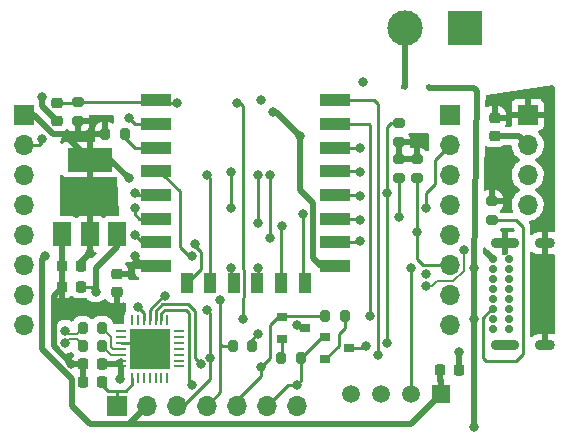
<source format=gbr>
%TF.GenerationSoftware,KiCad,Pcbnew,(5.99.0-7519-ga8269b6380)*%
%TF.CreationDate,2021-01-03T22:28:01+01:00*%
%TF.ProjectId,l0ggi,6c306767-692e-46b6-9963-61645f706362,rev?*%
%TF.SameCoordinates,Original*%
%TF.FileFunction,Copper,L1,Top*%
%TF.FilePolarity,Positive*%
%FSLAX46Y46*%
G04 Gerber Fmt 4.6, Leading zero omitted, Abs format (unit mm)*
G04 Created by KiCad (PCBNEW (5.99.0-7519-ga8269b6380)) date 2021-01-03 22:28:01*
%MOMM*%
%LPD*%
G01*
G04 APERTURE LIST*
G04 Aperture macros list*
%AMRoundRect*
0 Rectangle with rounded corners*
0 $1 Rounding radius*
0 $2 $3 $4 $5 $6 $7 $8 $9 X,Y pos of 4 corners*
0 Add a 4 corners polygon primitive as box body*
4,1,4,$2,$3,$4,$5,$6,$7,$8,$9,$2,$3,0*
0 Add four circle primitives for the rounded corners*
1,1,$1+$1,$2,$3,0*
1,1,$1+$1,$4,$5,0*
1,1,$1+$1,$6,$7,0*
1,1,$1+$1,$8,$9,0*
0 Add four rect primitives between the rounded corners*
20,1,$1+$1,$2,$3,$4,$5,0*
20,1,$1+$1,$4,$5,$6,$7,0*
20,1,$1+$1,$6,$7,$8,$9,0*
20,1,$1+$1,$8,$9,$2,$3,0*%
G04 Aperture macros list end*
%TA.AperFunction,SMDPad,CuDef*%
%ADD10R,0.600000X0.450000*%
%TD*%
%TA.AperFunction,ComponentPad*%
%ADD11C,1.500000*%
%TD*%
%TA.AperFunction,ComponentPad*%
%ADD12R,1.500000X1.500000*%
%TD*%
%TA.AperFunction,SMDPad,CuDef*%
%ADD13R,2.500000X1.000000*%
%TD*%
%TA.AperFunction,SMDPad,CuDef*%
%ADD14R,1.000000X1.800000*%
%TD*%
%TA.AperFunction,SMDPad,CuDef*%
%ADD15R,1.500000X2.000000*%
%TD*%
%TA.AperFunction,SMDPad,CuDef*%
%ADD16R,3.800000X2.000000*%
%TD*%
%TA.AperFunction,SMDPad,CuDef*%
%ADD17R,3.350000X3.350000*%
%TD*%
%TA.AperFunction,SMDPad,CuDef*%
%ADD18RoundRect,0.062500X-0.062500X-0.337500X0.062500X-0.337500X0.062500X0.337500X-0.062500X0.337500X0*%
%TD*%
%TA.AperFunction,SMDPad,CuDef*%
%ADD19RoundRect,0.062500X-0.337500X-0.062500X0.337500X-0.062500X0.337500X0.062500X-0.337500X0.062500X0*%
%TD*%
%TA.AperFunction,SMDPad,CuDef*%
%ADD20RoundRect,0.200000X0.200000X0.275000X-0.200000X0.275000X-0.200000X-0.275000X0.200000X-0.275000X0*%
%TD*%
%TA.AperFunction,SMDPad,CuDef*%
%ADD21RoundRect,0.200000X-0.275000X0.200000X-0.275000X-0.200000X0.275000X-0.200000X0.275000X0.200000X0*%
%TD*%
%TA.AperFunction,SMDPad,CuDef*%
%ADD22RoundRect,0.200000X0.275000X-0.200000X0.275000X0.200000X-0.275000X0.200000X-0.275000X-0.200000X0*%
%TD*%
%TA.AperFunction,SMDPad,CuDef*%
%ADD23RoundRect,0.200000X-0.200000X-0.275000X0.200000X-0.275000X0.200000X0.275000X-0.200000X0.275000X0*%
%TD*%
%TA.AperFunction,SMDPad,CuDef*%
%ADD24R,0.900000X0.800000*%
%TD*%
%TA.AperFunction,ComponentPad*%
%ADD25O,1.700000X0.900000*%
%TD*%
%TA.AperFunction,ComponentPad*%
%ADD26O,2.400000X0.900000*%
%TD*%
%TA.AperFunction,ComponentPad*%
%ADD27C,0.700000*%
%TD*%
%TA.AperFunction,ComponentPad*%
%ADD28O,1.700000X1.700000*%
%TD*%
%TA.AperFunction,ComponentPad*%
%ADD29R,1.700000X1.700000*%
%TD*%
%TA.AperFunction,ComponentPad*%
%ADD30C,3.000000*%
%TD*%
%TA.AperFunction,ComponentPad*%
%ADD31R,3.000000X3.000000*%
%TD*%
%TA.AperFunction,SMDPad,CuDef*%
%ADD32RoundRect,0.225000X-0.225000X-0.250000X0.225000X-0.250000X0.225000X0.250000X-0.225000X0.250000X0*%
%TD*%
%TA.AperFunction,SMDPad,CuDef*%
%ADD33RoundRect,0.225000X0.250000X-0.225000X0.250000X0.225000X-0.250000X0.225000X-0.250000X-0.225000X0*%
%TD*%
%TA.AperFunction,SMDPad,CuDef*%
%ADD34RoundRect,0.225000X-0.250000X0.225000X-0.250000X-0.225000X0.250000X-0.225000X0.250000X0.225000X0*%
%TD*%
%TA.AperFunction,SMDPad,CuDef*%
%ADD35RoundRect,0.225000X0.225000X0.250000X-0.225000X0.250000X-0.225000X-0.250000X0.225000X-0.250000X0*%
%TD*%
%TA.AperFunction,ViaPad*%
%ADD36C,0.800000*%
%TD*%
%TA.AperFunction,Conductor*%
%ADD37C,0.250000*%
%TD*%
%TA.AperFunction,Conductor*%
%ADD38C,0.500000*%
%TD*%
%TA.AperFunction,Conductor*%
%ADD39C,0.200000*%
%TD*%
G04 APERTURE END LIST*
D10*
%TO.P,D1,2,A*%
%TO.N,+5V*%
X75218000Y-61434000D03*
%TO.P,D1,1,K*%
%TO.N,Net-(D1-Pad1)*%
X73118000Y-61434000D03*
%TD*%
D11*
%TO.P,U4,4,GND*%
%TO.N,GND*%
X68580000Y-87376000D03*
%TO.P,U4,3,NC*%
%TO.N,N/C*%
X71120000Y-87376000D03*
%TO.P,U4,2,IO*%
%TO.N,DHT*%
X73660000Y-87376000D03*
D12*
%TO.P,U4,1,VCC*%
%TO.N,+3V3*%
X76200000Y-87376000D03*
%TD*%
D13*
%TO.P,U3,22,GPIO1/TXD*%
%TO.N,UART_TX*%
X67290000Y-62540000D03*
%TO.P,U3,21,GPIO3/RXD*%
%TO.N,Net-(R11-Pad1)*%
X67290000Y-64540000D03*
%TO.P,U3,20,GPIO5*%
%TO.N,SCL*%
X67290000Y-66540000D03*
%TO.P,U3,19,GPIO4*%
%TO.N,SDA*%
X67290000Y-68540000D03*
%TO.P,U3,18,GPIO0*%
%TO.N,GPIO0*%
X67290000Y-70540000D03*
%TO.P,U3,17,GPIO2*%
%TO.N,GPIO2*%
X67290000Y-72540000D03*
%TO.P,U3,16,GPIO15*%
%TO.N,GPIO15*%
X67290000Y-74540000D03*
%TO.P,U3,15,GND*%
%TO.N,GND*%
X67290000Y-76540000D03*
D14*
%TO.P,U3,14,SCLK*%
%TO.N,SD_SCL*%
X64690000Y-78040000D03*
%TO.P,U3,13,MOSI*%
%TO.N,SD_MOSI*%
X62690000Y-78040000D03*
%TO.P,U3,12,GPIO10*%
%TO.N,GPIO10*%
X60690000Y-78040000D03*
%TO.P,U3,11,GPIO9*%
%TO.N,GPIO9*%
X58690000Y-78040000D03*
%TO.P,U3,10,MISO*%
%TO.N,SD_MISO*%
X56690000Y-78040000D03*
%TO.P,U3,9,CS0*%
%TO.N,SD_CS*%
X54690000Y-78040000D03*
D13*
%TO.P,U3,8,VCC*%
%TO.N,+3V3*%
X52090000Y-76540000D03*
%TO.P,U3,7,GPIO13*%
%TO.N,GPIO13*%
X52090000Y-74540000D03*
%TO.P,U3,6,GPIO12*%
%TO.N,GPIO12*%
X52090000Y-72540000D03*
%TO.P,U3,5,GPIO14*%
%TO.N,GPIO14*%
X52090000Y-70540000D03*
%TO.P,U3,4,GPIO16*%
%TO.N,DHT*%
X52090000Y-68540000D03*
%TO.P,U3,3,EN*%
%TO.N,Net-(R6-Pad2)*%
X52090000Y-66540000D03*
%TO.P,U3,2,ADC*%
%TO.N,ADC*%
X52090000Y-64540000D03*
%TO.P,U3,1,~RST*%
%TO.N,RST*%
X52090000Y-62540000D03*
%TD*%
D15*
%TO.P,U2,1,GND*%
%TO.N,GND*%
X44182000Y-73847999D03*
%TO.P,U2,3,VI*%
%TO.N,+5V*%
X48782000Y-73847999D03*
%TO.P,U2,2,VO*%
%TO.N,+3V3*%
X46482000Y-73847999D03*
D16*
X46482000Y-67547999D03*
%TD*%
D17*
%TO.P,U1,29,GND*%
%TO.N,GND*%
X51562000Y-83566000D03*
D18*
%TO.P,U1,28,~DTR*%
%TO.N,N/C*%
X50062000Y-81116000D03*
%TO.P,U1,27,~DSR*%
X50562000Y-81116000D03*
%TO.P,U1,26,TXD*%
%TO.N,UART_TX*%
X51062000Y-81116000D03*
%TO.P,U1,25,RXD*%
%TO.N,UART_RX*%
X51562000Y-81116000D03*
%TO.P,U1,24,~RTS*%
%TO.N,/RTS*%
X52062000Y-81116000D03*
%TO.P,U1,23,~CTS*%
%TO.N,/CTS*%
X52562000Y-81116000D03*
%TO.P,U1,22,GPIO.4*%
%TO.N,N/C*%
X53062000Y-81116000D03*
D19*
%TO.P,U1,21,GPIO.5*%
X54012000Y-82066000D03*
%TO.P,U1,20,GPIO.6*%
X54012000Y-82566000D03*
%TO.P,U1,19,~TXT~/GPIO.0*%
X54012000Y-83066000D03*
%TO.P,U1,18,~RXT~/GPIO.1*%
X54012000Y-83566000D03*
%TO.P,U1,17,RS485/GPIO.2*%
X54012000Y-84066000D03*
%TO.P,U1,16,~WAKEUP~/GPIO.3*%
X54012000Y-84566000D03*
%TO.P,U1,15,CHR0*%
X54012000Y-85066000D03*
D18*
%TO.P,U1,14,CHR1*%
X53062000Y-86016000D03*
%TO.P,U1,13,CHREN*%
X52562000Y-86016000D03*
%TO.P,U1,12,SUSPEND*%
X52062000Y-86016000D03*
%TO.P,U1,11,~SUSPENDb*%
X51562000Y-86016000D03*
%TO.P,U1,10,NC*%
X51062000Y-86016000D03*
%TO.P,U1,9,~RSTb*%
X50562000Y-86016000D03*
%TO.P,U1,8,VBUS*%
%TO.N,+5V*%
X50062000Y-86016000D03*
D19*
%TO.P,U1,7,REGIN*%
%TO.N,+3V3*%
X49112000Y-85066000D03*
%TO.P,U1,6,VDD*%
X49112000Y-84566000D03*
%TO.P,U1,5,D-*%
%TO.N,/USB_F_-*%
X49112000Y-84066000D03*
%TO.P,U1,4,D+*%
%TO.N,/USB_F_+*%
X49112000Y-83566000D03*
%TO.P,U1,3,GND*%
%TO.N,GND*%
X49112000Y-83066000D03*
%TO.P,U1,2,~RI~/CLK*%
%TO.N,N/C*%
X49112000Y-82566000D03*
%TO.P,U1,1,~DCD*%
X49112000Y-82066000D03*
%TD*%
D20*
%TO.P,R11,2*%
%TO.N,UART_RX*%
X58611000Y-83312000D03*
%TO.P,R11,1*%
%TO.N,Net-(R11-Pad1)*%
X60261000Y-83312000D03*
%TD*%
D21*
%TO.P,R10,2*%
%TO.N,GPIO15*%
X74168000Y-69151000D03*
%TO.P,R10,1*%
%TO.N,+3V3*%
X74168000Y-67501000D03*
%TD*%
%TO.P,R9,2*%
%TO.N,GPIO2*%
X72644000Y-69151000D03*
%TO.P,R9,1*%
%TO.N,+3V3*%
X72644000Y-67501000D03*
%TD*%
D22*
%TO.P,R8,2*%
%TO.N,GPIO0*%
X72644000Y-64424779D03*
%TO.P,R8,1*%
%TO.N,+3V3*%
X72644000Y-66074779D03*
%TD*%
%TO.P,R7,2*%
%TO.N,RST*%
X45466000Y-62675000D03*
%TO.P,R7,1*%
%TO.N,+3V3*%
X45466000Y-64325000D03*
%TD*%
D23*
%TO.P,R6,2*%
%TO.N,Net-(R6-Pad2)*%
X49451474Y-65371577D03*
%TO.P,R6,1*%
%TO.N,+3V3*%
X47801474Y-65371577D03*
%TD*%
D20*
%TO.P,R5,2*%
%TO.N,/RTS*%
X66428239Y-80772000D03*
%TO.P,R5,1*%
%TO.N,Net-(Q2-Pad2)*%
X68078239Y-80772000D03*
%TD*%
D23*
%TO.P,R4,2*%
%TO.N,/CTS*%
X64368925Y-84349884D03*
%TO.P,R4,1*%
%TO.N,Net-(Q1-Pad2)*%
X62718925Y-84349884D03*
%TD*%
D22*
%TO.P,R3,2*%
%TO.N,GND*%
X80518000Y-71057000D03*
%TO.P,R3,1*%
%TO.N,Net-(P1-PadA5)*%
X80518000Y-72707000D03*
%TD*%
D20*
%TO.P,R2,2*%
%TO.N,USB_-*%
X45911000Y-83312000D03*
%TO.P,R2,1*%
%TO.N,/USB_F_-*%
X47561000Y-83312000D03*
%TD*%
D23*
%TO.P,R1,2*%
%TO.N,/USB_F_+*%
X47561000Y-81788000D03*
%TO.P,R1,1*%
%TO.N,USB_+*%
X45911000Y-81788000D03*
%TD*%
D24*
%TO.P,Q2,3,C*%
%TO.N,GPIO0*%
X68444150Y-83503062D03*
%TO.P,Q2,2,B*%
%TO.N,Net-(Q2-Pad2)*%
X66444150Y-84453062D03*
%TO.P,Q2,1,E*%
%TO.N,/CTS*%
X66444150Y-82553062D03*
%TD*%
%TO.P,Q1,3,C*%
%TO.N,RST*%
X64754000Y-81788000D03*
%TO.P,Q1,2,B*%
%TO.N,Net-(Q1-Pad2)*%
X62754000Y-82738000D03*
%TO.P,Q1,1,E*%
%TO.N,/RTS*%
X62754000Y-80838000D03*
%TD*%
D25*
%TO.P,P1,S1,SHIELD*%
%TO.N,GND*%
X85005000Y-74615000D03*
X85005000Y-83265000D03*
D26*
X81625000Y-74615000D03*
X81625000Y-83265000D03*
D27*
%TO.P,P1,B6*%
%TO.N,N/C*%
X81995000Y-78515000D03*
%TO.P,P1,B1,GND*%
%TO.N,GND*%
X81995000Y-75965000D03*
%TO.P,P1,B4,VBUS*%
%TO.N,+5V*%
X81995000Y-76815000D03*
%TO.P,P1,B5,VCONN*%
%TO.N,Net-(P1-PadB5)*%
X81995000Y-77665000D03*
%TO.P,P1,B12,GND*%
%TO.N,GND*%
X81995000Y-81915000D03*
%TO.P,P1,B8*%
%TO.N,N/C*%
X81995000Y-80215000D03*
%TO.P,P1,B7*%
X81995000Y-79365000D03*
%TO.P,P1,B9,VBUS*%
%TO.N,+5V*%
X81995000Y-81065000D03*
%TO.P,P1,A12,GND*%
%TO.N,GND*%
X80645000Y-75965000D03*
%TO.P,P1,A9,VBUS*%
%TO.N,+5V*%
X80645000Y-76815000D03*
%TO.P,P1,A8*%
%TO.N,N/C*%
X80645000Y-77665000D03*
%TO.P,P1,A7,D-*%
%TO.N,USB_-*%
X80645000Y-78515000D03*
%TO.P,P1,A6,D+*%
%TO.N,USB_+*%
X80645000Y-79365000D03*
%TO.P,P1,A5,CC*%
%TO.N,Net-(P1-PadA5)*%
X80645000Y-80215000D03*
%TO.P,P1,A4,VBUS*%
%TO.N,+5V*%
X80645000Y-81065000D03*
%TO.P,P1,A1,GND*%
%TO.N,GND*%
X80645000Y-81915000D03*
%TD*%
D28*
%TO.P,J4,8,Pin_8*%
%TO.N,+5V*%
X40894000Y-81534000D03*
%TO.P,J4,7,Pin_7*%
%TO.N,GPIO10*%
X40894000Y-78994000D03*
%TO.P,J4,6,Pin_6*%
%TO.N,GPIO9*%
X40894000Y-76454000D03*
%TO.P,J4,5,Pin_5*%
%TO.N,GPIO13*%
X40894000Y-73914000D03*
%TO.P,J4,4,Pin_4*%
%TO.N,GPIO12*%
X40894000Y-71374000D03*
%TO.P,J4,3,Pin_3*%
%TO.N,GPIO14*%
X40894000Y-68834000D03*
%TO.P,J4,2,Pin_2*%
%TO.N,ADC*%
X40894000Y-66294000D03*
D29*
%TO.P,J4,1,Pin_1*%
%TO.N,+3V3*%
X40894000Y-63754000D03*
%TD*%
D28*
%TO.P,J3,8,Pin_8*%
%TO.N,GND*%
X76962000Y-81534000D03*
%TO.P,J3,7,Pin_7*%
%TO.N,RST*%
X76962000Y-78994000D03*
%TO.P,J3,6,Pin_6*%
%TO.N,GPIO15*%
X76962000Y-76454000D03*
%TO.P,J3,5,Pin_5*%
%TO.N,GPIO2*%
X76962000Y-73914000D03*
%TO.P,J3,4,Pin_4*%
%TO.N,SDA*%
X76962000Y-71374000D03*
%TO.P,J3,3,Pin_3*%
%TO.N,SCL*%
X76962000Y-68834000D03*
%TO.P,J3,2,Pin_2*%
%TO.N,GPIO0*%
X76962000Y-66294000D03*
D29*
%TO.P,J3,1,Pin_1*%
%TO.N,GND*%
X76962000Y-63754000D03*
%TD*%
D30*
%TO.P,J2,2,Pin_2*%
%TO.N,Net-(D1-Pad1)*%
X73152000Y-56388000D03*
D31*
%TO.P,J2,1,Pin_1*%
%TO.N,GND*%
X78232000Y-56388000D03*
%TD*%
D28*
%TO.P,J1,7,Pin_7*%
%TO.N,GND*%
X64008000Y-88392000D03*
%TO.P,J1,6,Pin_6*%
%TO.N,/CTS*%
X61468000Y-88392000D03*
%TO.P,J1,5,Pin_5*%
%TO.N,/RTS*%
X58928000Y-88392000D03*
%TO.P,J1,4,Pin_4*%
%TO.N,UART_RX*%
X56388000Y-88392000D03*
%TO.P,J1,3,Pin_3*%
%TO.N,UART_TX*%
X53848000Y-88392000D03*
%TO.P,J1,2,Pin_2*%
%TO.N,+3V3*%
X51308000Y-88392000D03*
D29*
%TO.P,J1,1,Pin_1*%
%TO.N,+5V*%
X48768000Y-88392000D03*
%TD*%
D28*
%TO.P,D2,4,SDA*%
%TO.N,SDA*%
X83566000Y-71367691D03*
%TO.P,D2,3,SCK*%
%TO.N,SCL*%
X83566000Y-68827691D03*
%TO.P,D2,2,V+*%
%TO.N,+3V3*%
X83566000Y-66287691D03*
D29*
%TO.P,D2,1,GND*%
%TO.N,GND*%
X83566000Y-63747691D03*
%TD*%
D32*
%TO.P,C8,2*%
%TO.N,GND*%
X77737000Y-85344000D03*
%TO.P,C8,1*%
%TO.N,+3V3*%
X76187000Y-85344000D03*
%TD*%
D33*
%TO.P,C7,2*%
%TO.N,GND*%
X80772000Y-63995000D03*
%TO.P,C7,1*%
%TO.N,+3V3*%
X80772000Y-65545000D03*
%TD*%
D34*
%TO.P,C6,2*%
%TO.N,GND*%
X48768000Y-78753000D03*
%TO.P,C6,1*%
%TO.N,+3V3*%
X48768000Y-77203000D03*
%TD*%
%TO.P,C5,2*%
%TO.N,GND*%
X43688000Y-64275000D03*
%TO.P,C5,1*%
%TO.N,RST*%
X43688000Y-62725000D03*
%TD*%
D32*
%TO.P,C4,2*%
%TO.N,+3V3*%
X45733000Y-76539999D03*
%TO.P,C4,1*%
%TO.N,GND*%
X44183000Y-76539999D03*
%TD*%
D35*
%TO.P,C3,2*%
%TO.N,GND*%
X44183000Y-78317999D03*
%TO.P,C3,1*%
%TO.N,+5V*%
X45733000Y-78317999D03*
%TD*%
%TO.P,C2,2*%
%TO.N,GND*%
X45961000Y-84836000D03*
%TO.P,C2,1*%
%TO.N,+3V3*%
X47511000Y-84836000D03*
%TD*%
%TO.P,C1,2*%
%TO.N,GND*%
X45961000Y-86360000D03*
%TO.P,C1,1*%
%TO.N,+5V*%
X47511000Y-86360000D03*
%TD*%
D36*
%TO.N,GND*%
X84836000Y-81788000D03*
X84582000Y-80264000D03*
X84836000Y-78486000D03*
X84836000Y-76454000D03*
X80772000Y-67310000D03*
X81534000Y-62230000D03*
X85344000Y-61722000D03*
X64262000Y-65532000D03*
X61976000Y-63500000D03*
X60960000Y-62484000D03*
X69596000Y-60960000D03*
X42418000Y-62230000D03*
X77724000Y-83820000D03*
X51562000Y-83566000D03*
X44914762Y-84836000D03*
%TO.N,+3V3*%
X42672000Y-75692000D03*
X74422000Y-65786000D03*
X49784000Y-69088000D03*
X49022000Y-86106000D03*
X50292000Y-75692000D03*
X46482000Y-75438000D03*
%TO.N,USB_-*%
X78169726Y-75182945D03*
%TO.N,USB_+*%
X74930000Y-77199000D03*
%TO.N,USB_-*%
X74930000Y-78249000D03*
%TO.N,USB_+*%
X44411764Y-82025000D03*
%TO.N,USB_-*%
X44411764Y-83075000D03*
%TO.N,GPIO0*%
X74925347Y-71632653D03*
%TO.N,SD_SCL*%
X58420000Y-68580000D03*
X64516000Y-72136000D03*
X58420000Y-71628000D03*
%TO.N,SD_MOSI*%
X60706000Y-68834000D03*
X62738000Y-73152000D03*
X60706000Y-72898000D03*
%TO.N,SD_MISO*%
X56388000Y-68834000D03*
%TO.N,SD_CS*%
X61722000Y-68834000D03*
X61722000Y-74168000D03*
X55372000Y-74676000D03*
%TO.N,DHT*%
X73660000Y-76708000D03*
X55118000Y-75692000D03*
%TO.N,RST*%
X53848000Y-62738000D03*
X58928000Y-62738000D03*
X64008000Y-81534000D03*
X59436000Y-81026000D03*
%TO.N,Net-(R11-Pad1)*%
X60706000Y-82296000D03*
%TO.N,ADC*%
X49784000Y-64008000D03*
X42418000Y-65786000D03*
%TO.N,UART_RX*%
X57532358Y-79432740D03*
X52872385Y-79088990D03*
%TO.N,UART_TX*%
X50546000Y-80010000D03*
X56388000Y-80264000D03*
%TO.N,GPIO10*%
X60706000Y-76708000D03*
%TO.N,GPIO9*%
X58420000Y-76708000D03*
%TO.N,GPIO13*%
X50292000Y-73914000D03*
%TO.N,GPIO12*%
X50292000Y-71628000D03*
%TO.N,GPIO14*%
X50292000Y-70358000D03*
%TO.N,UART_TX*%
X56642000Y-84328000D03*
%TO.N,/CTS*%
X55118000Y-86614000D03*
X64008000Y-86614000D03*
%TO.N,/RTS*%
X55880000Y-84836000D03*
X60960000Y-85090000D03*
%TO.N,UART_TX*%
X70866000Y-84074000D03*
%TO.N,GPIO0*%
X71628000Y-83058000D03*
X69850000Y-83312000D03*
%TO.N,Net-(R11-Pad1)*%
X70177999Y-80772000D03*
%TO.N,GPIO0*%
X71628000Y-70358000D03*
%TO.N,+5V*%
X78994000Y-90170000D03*
X78994000Y-81026000D03*
X78994000Y-76708000D03*
%TO.N,GPIO15*%
X74168000Y-73660000D03*
%TO.N,GPIO2*%
X72644000Y-72390000D03*
%TO.N,GPIO15*%
X69342000Y-74422000D03*
%TO.N,GPIO0*%
X69342000Y-70612000D03*
%TO.N,GPIO2*%
X69342000Y-72644000D03*
%TO.N,SDA*%
X69342000Y-68580000D03*
%TO.N,SCL*%
X69342000Y-66548000D03*
%TO.N,+5V*%
X46990000Y-78740000D03*
%TD*%
D37*
%TO.N,/RTS*%
X58928000Y-88392000D02*
X58928000Y-87884000D01*
X58928000Y-87884000D02*
X60960000Y-85852000D01*
X60960000Y-85852000D02*
X60960000Y-85090000D01*
X60960000Y-85090000D02*
X61722000Y-84328000D01*
X61722000Y-84328000D02*
X61722000Y-81534000D01*
X61722000Y-81534000D02*
X62418000Y-80838000D01*
X62418000Y-80838000D02*
X62754000Y-80838000D01*
X52062000Y-81116000D02*
X52062000Y-80526000D01*
X52111990Y-80476010D02*
X52111991Y-80347599D01*
X52062000Y-80526000D02*
X52111990Y-80476010D01*
X52111991Y-80347599D02*
X52645600Y-79813990D01*
X52645600Y-79813990D02*
X54796400Y-79813990D01*
X54796400Y-79813990D02*
X55372000Y-80389590D01*
X55372000Y-84328000D02*
X55880000Y-84836000D01*
X55372000Y-80389590D02*
X55372000Y-84328000D01*
D38*
%TO.N,GND*%
X65366001Y-71208001D02*
X65366001Y-75857999D01*
X64262000Y-70104000D02*
X65366001Y-71208001D01*
X64262000Y-65532000D02*
X64262000Y-70104000D01*
X65366001Y-75857999D02*
X66048002Y-76540000D01*
X66048002Y-76540000D02*
X67290000Y-76540000D01*
X62230000Y-63500000D02*
X64262000Y-65532000D01*
X61976000Y-63500000D02*
X62230000Y-63500000D01*
X42418000Y-63005000D02*
X42418000Y-62230000D01*
X43688000Y-64275000D02*
X42418000Y-63005000D01*
X77737000Y-83833000D02*
X77724000Y-83820000D01*
X77737000Y-85344000D02*
X77737000Y-83833000D01*
X44182000Y-73847999D02*
X44182000Y-76538999D01*
X44182000Y-76538999D02*
X44183000Y-76539999D01*
D37*
X49112000Y-83066000D02*
X51062000Y-83066000D01*
X51062000Y-83066000D02*
X51562000Y-83566000D01*
D38*
X43434000Y-82550000D02*
X43434000Y-79066999D01*
X43434000Y-79066999D02*
X44183000Y-78317999D01*
X45961000Y-84836000D02*
X44914762Y-84836000D01*
X43434000Y-83355238D02*
X43434000Y-82550000D01*
X44914762Y-84836000D02*
X43434000Y-83355238D01*
%TO.N,+3V3*%
X49784000Y-89916000D02*
X46482000Y-89916000D01*
X42418000Y-83566000D02*
X42418000Y-75946000D01*
X46482000Y-89916000D02*
X44958000Y-88392000D01*
X44958000Y-88392000D02*
X44958000Y-86106000D01*
X44958000Y-86106000D02*
X42418000Y-83566000D01*
X42418000Y-75946000D02*
X42672000Y-75692000D01*
X76200000Y-87376000D02*
X73660000Y-89916000D01*
X73660000Y-89916000D02*
X49784000Y-89916000D01*
X80772000Y-65545000D02*
X82823309Y-65545000D01*
X82823309Y-65545000D02*
X83566000Y-66287691D01*
X46482000Y-67547999D02*
X48243999Y-67547999D01*
X48243999Y-67547999D02*
X49784000Y-69088000D01*
X43354969Y-65371577D02*
X44035577Y-65371577D01*
X44035577Y-65371577D02*
X47801474Y-65371577D01*
X46482000Y-67547999D02*
X44305578Y-65371577D01*
X44305578Y-65371577D02*
X44035577Y-65371577D01*
X40894000Y-63754000D02*
X41737392Y-63754000D01*
X41737392Y-63754000D02*
X43354969Y-65371577D01*
D37*
%TO.N,ADC*%
X42418000Y-65786000D02*
X42418000Y-66040000D01*
X42418000Y-66040000D02*
X42164000Y-66294000D01*
X42164000Y-66294000D02*
X40894000Y-66294000D01*
D38*
%TO.N,+3V3*%
X51308000Y-88392000D02*
X49784000Y-89916000D01*
X49112000Y-86016000D02*
X49022000Y-86106000D01*
X49112000Y-85066000D02*
X49112000Y-86016000D01*
X48514000Y-84836000D02*
X48917010Y-84836000D01*
X47511000Y-84836000D02*
X48514000Y-84836000D01*
X48514000Y-84836000D02*
X48882000Y-84836000D01*
X48882000Y-84836000D02*
X49112000Y-85066000D01*
X48917010Y-84836000D02*
X49112000Y-84641010D01*
X50292000Y-75692000D02*
X50292000Y-75946000D01*
X50292000Y-75946000D02*
X50800000Y-76454000D01*
X50800000Y-76454000D02*
X52004000Y-76454000D01*
X52004000Y-76454000D02*
X52090000Y-76540000D01*
X45733000Y-76539999D02*
X45733000Y-76187000D01*
X45733000Y-76187000D02*
X46482000Y-75438000D01*
X46482000Y-75438000D02*
X46482000Y-73847999D01*
D39*
%TO.N,USB_-*%
X78169726Y-76948276D02*
X78169726Y-75182945D01*
X75900686Y-77843999D02*
X77274003Y-77843999D01*
X77274003Y-77843999D02*
X78169726Y-76948276D01*
X75495685Y-78249000D02*
X75900686Y-77843999D01*
X74930000Y-78249000D02*
X75495685Y-78249000D01*
%TO.N,USB_+*%
X45911000Y-81788000D02*
X45374000Y-82325000D01*
X45374000Y-82325000D02*
X44711764Y-82325000D01*
X44711764Y-82325000D02*
X44411764Y-82025000D01*
%TO.N,USB_-*%
X45911000Y-83312000D02*
X45374000Y-82775000D01*
X45374000Y-82775000D02*
X44711764Y-82775000D01*
X44711764Y-82775000D02*
X44411764Y-83075000D01*
%TO.N,/USB_F_+*%
X49112000Y-83566000D02*
X48451410Y-83566000D01*
X48451410Y-83566000D02*
X48311010Y-83425600D01*
X48311010Y-83425600D02*
X48311010Y-82538010D01*
X48311010Y-82538010D02*
X47561000Y-81788000D01*
%TO.N,/USB_F_-*%
X49112000Y-84066000D02*
X48315000Y-84066000D01*
X48315000Y-84066000D02*
X47561000Y-83312000D01*
D37*
%TO.N,RST*%
X45466000Y-62675000D02*
X51955000Y-62675000D01*
X51955000Y-62675000D02*
X52090000Y-62540000D01*
X43688000Y-62725000D02*
X45416000Y-62725000D01*
X45416000Y-62725000D02*
X45466000Y-62675000D01*
%TO.N,GPIO0*%
X74925347Y-70362653D02*
X75692000Y-69596000D01*
X74925347Y-71632653D02*
X74925347Y-70362653D01*
X75692000Y-69596000D02*
X75692000Y-67564000D01*
X75692000Y-67564000D02*
X76962000Y-66294000D01*
%TO.N,SD_SCL*%
X58420000Y-71628000D02*
X58420000Y-68580000D01*
X64516000Y-77866000D02*
X64516000Y-72136000D01*
X64690000Y-78040000D02*
X64516000Y-77866000D01*
%TO.N,SD_MOSI*%
X62690000Y-73200000D02*
X62738000Y-73152000D01*
X62690000Y-78040000D02*
X62690000Y-73200000D01*
X60706000Y-72898000D02*
X60706000Y-68834000D01*
%TO.N,SD_MISO*%
X56690000Y-69136000D02*
X56388000Y-68834000D01*
X56690000Y-78040000D02*
X56690000Y-69136000D01*
%TO.N,SD_CS*%
X61722000Y-74168000D02*
X61722000Y-68834000D01*
X54690000Y-78040000D02*
X55880000Y-76850000D01*
X55880000Y-76850000D02*
X55880000Y-75380998D01*
X55880000Y-75380998D02*
X55372000Y-74872998D01*
X55372000Y-74872998D02*
X55372000Y-74676000D01*
%TO.N,DHT*%
X54102000Y-70216998D02*
X54102000Y-74930000D01*
X52090000Y-68540000D02*
X52384000Y-68834000D01*
X54864000Y-75692000D02*
X55118000Y-75692000D01*
X52384000Y-68834000D02*
X52719002Y-68834000D01*
X52719002Y-68834000D02*
X54102000Y-70216998D01*
X54102000Y-74930000D02*
X54864000Y-75692000D01*
X73660000Y-76708000D02*
X73660000Y-87376000D01*
%TO.N,RST*%
X59436000Y-81026000D02*
X59436000Y-79265001D01*
X59436000Y-79265001D02*
X59450001Y-79265001D01*
X59450001Y-79265001D02*
X59515001Y-79200001D01*
X59515001Y-76879999D02*
X59450001Y-76814999D01*
X59515001Y-79200001D02*
X59515001Y-76879999D01*
X59436000Y-62992000D02*
X59182000Y-62738000D01*
X59182000Y-62738000D02*
X58928000Y-62738000D01*
X59450001Y-76814999D02*
X59436000Y-76814999D01*
X59436000Y-76814999D02*
X59436000Y-62992000D01*
X53848000Y-62738000D02*
X52288000Y-62738000D01*
X52288000Y-62738000D02*
X52090000Y-62540000D01*
X64262000Y-81788000D02*
X64008000Y-81534000D01*
X64754000Y-81788000D02*
X64262000Y-81788000D01*
%TO.N,Net-(R11-Pad1)*%
X60261000Y-83312000D02*
X60261000Y-82741000D01*
X60261000Y-82741000D02*
X60706000Y-82296000D01*
%TO.N,ADC*%
X52090000Y-64540000D02*
X50316000Y-64540000D01*
X50316000Y-64540000D02*
X49784000Y-64008000D01*
X52090000Y-64540000D02*
X52066000Y-64516000D01*
%TO.N,Net-(R6-Pad2)*%
X49451474Y-65371577D02*
X49451474Y-65707474D01*
X49451474Y-65707474D02*
X50284000Y-66540000D01*
X50284000Y-66540000D02*
X52090000Y-66540000D01*
%TO.N,UART_RX*%
X57532358Y-87247642D02*
X57532358Y-83186358D01*
X57532358Y-83186358D02*
X57532358Y-79432740D01*
X58611000Y-83312000D02*
X57658000Y-83312000D01*
X57658000Y-83312000D02*
X57532358Y-83186358D01*
X56388000Y-88392000D02*
X57532358Y-87247642D01*
X51562000Y-81116000D02*
X51562000Y-80261180D01*
X51562000Y-80261180D02*
X52734190Y-79088990D01*
X52734190Y-79088990D02*
X52872385Y-79088990D01*
%TO.N,UART_TX*%
X56642000Y-84328000D02*
X56642000Y-80518000D01*
X56642000Y-80518000D02*
X56388000Y-80264000D01*
X50546000Y-80010000D02*
X51062000Y-80526000D01*
X51062000Y-80526000D02*
X51062000Y-81116000D01*
%TO.N,GPIO10*%
X60706000Y-76708000D02*
X60706000Y-78024000D01*
X60706000Y-78024000D02*
X60690000Y-78040000D01*
%TO.N,GPIO9*%
X58420000Y-77770000D02*
X58690000Y-78040000D01*
X58420000Y-76708000D02*
X58420000Y-77770000D01*
%TO.N,GPIO13*%
X50918000Y-74540000D02*
X50292000Y-73914000D01*
X52090000Y-74540000D02*
X50918000Y-74540000D01*
D38*
%TO.N,+5V*%
X46990000Y-78740000D02*
X46990000Y-76708000D01*
X46990000Y-76708000D02*
X48782000Y-74916000D01*
X48782000Y-74916000D02*
X48782000Y-73847999D01*
D37*
%TO.N,GPIO12*%
X50292000Y-71628000D02*
X50292000Y-72136000D01*
X50696000Y-72540000D02*
X52090000Y-72540000D01*
X50292000Y-72136000D02*
X50696000Y-72540000D01*
%TO.N,GPIO14*%
X52090000Y-70540000D02*
X50474000Y-70540000D01*
X50474000Y-70540000D02*
X50292000Y-70358000D01*
%TO.N,/CTS*%
X61468000Y-88392000D02*
X63246000Y-86614000D01*
X63246000Y-86614000D02*
X64008000Y-86614000D01*
%TO.N,UART_TX*%
X53848000Y-88392000D02*
X54413002Y-88392000D01*
X54413002Y-88392000D02*
X56642000Y-86163002D01*
X56642000Y-86163002D02*
X56642000Y-84328000D01*
%TO.N,/CTS*%
X52562000Y-81116000D02*
X52562000Y-80534000D01*
X52562000Y-80534000D02*
X52832000Y-80264000D01*
X52832000Y-80264000D02*
X54610000Y-80264000D01*
X54610000Y-80264000D02*
X54864000Y-80518000D01*
X54864000Y-80518000D02*
X54864000Y-86360000D01*
X54864000Y-86360000D02*
X55118000Y-86614000D01*
%TO.N,UART_TX*%
X67290000Y-62540000D02*
X70556000Y-62540000D01*
X70556000Y-62540000D02*
X70902999Y-62886999D01*
X70902999Y-62886999D02*
X70902999Y-84110999D01*
%TO.N,GPIO0*%
X68444150Y-83503062D02*
X69658938Y-83503062D01*
X69658938Y-83503062D02*
X69850000Y-83312000D01*
X71628000Y-83058000D02*
X71628000Y-70358000D01*
%TO.N,Net-(R11-Pad1)*%
X70177999Y-64589999D02*
X70104000Y-64516000D01*
X70177999Y-80772000D02*
X70177999Y-64589999D01*
X67314000Y-64516000D02*
X70104000Y-64516000D01*
X67290000Y-64540000D02*
X67314000Y-64516000D01*
%TO.N,GPIO0*%
X71628000Y-70358000D02*
X71628000Y-64770000D01*
X71628000Y-64770000D02*
X71973221Y-64424779D01*
X71973221Y-64424779D02*
X72644000Y-64424779D01*
%TO.N,Net-(P1-PadA5)*%
X80010000Y-84582000D02*
X79756000Y-84328000D01*
X79756000Y-84328000D02*
X79756000Y-80954998D01*
X80495998Y-80215000D02*
X80645000Y-80215000D01*
X79756000Y-80954998D02*
X80495998Y-80215000D01*
D38*
%TO.N,+5V*%
X78994000Y-76708000D02*
X79248000Y-61722000D01*
X79248000Y-61722000D02*
X78994000Y-61468000D01*
X78994000Y-61468000D02*
X75252000Y-61468000D01*
X75252000Y-61468000D02*
X75218000Y-61434000D01*
X78994000Y-90170000D02*
X78994000Y-81026000D01*
X78994000Y-81026000D02*
X78994000Y-76708000D01*
D37*
%TO.N,Net-(P1-PadA5)*%
X83150010Y-83981990D02*
X82550000Y-84582000D01*
X80518000Y-72707000D02*
X82613000Y-72707000D01*
X82613000Y-72707000D02*
X83150010Y-73244010D01*
X83150010Y-73244010D02*
X83150010Y-83981990D01*
X80772000Y-84582000D02*
X80010000Y-84582000D01*
X82550000Y-84582000D02*
X80772000Y-84582000D01*
D38*
%TO.N,Net-(D1-Pad1)*%
X73152000Y-56388000D02*
X73152000Y-61434000D01*
D37*
%TO.N,GPIO0*%
X76962000Y-66294000D02*
X77470000Y-66294000D01*
%TO.N,GPIO15*%
X74168000Y-73660000D02*
X74168000Y-75946000D01*
X74168000Y-75946000D02*
X74676000Y-76454000D01*
X74676000Y-76454000D02*
X76962000Y-76454000D01*
%TO.N,GPIO2*%
X72644000Y-72390000D02*
X72644000Y-69151000D01*
%TO.N,GPIO15*%
X69224000Y-74540000D02*
X69342000Y-74422000D01*
X67290000Y-74540000D02*
X69224000Y-74540000D01*
%TO.N,GPIO0*%
X69270000Y-70540000D02*
X69342000Y-70612000D01*
X67290000Y-70540000D02*
X69270000Y-70540000D01*
%TO.N,GPIO2*%
X67290000Y-72540000D02*
X69238000Y-72540000D01*
X69238000Y-72540000D02*
X69342000Y-72644000D01*
%TO.N,SDA*%
X67290000Y-68540000D02*
X69302000Y-68540000D01*
X69302000Y-68540000D02*
X69342000Y-68580000D01*
%TO.N,SCL*%
X67290000Y-66540000D02*
X69334000Y-66540000D01*
X69334000Y-66540000D02*
X69342000Y-66548000D01*
%TO.N,GPIO15*%
X74168000Y-73660000D02*
X74168000Y-69151000D01*
%TO.N,/RTS*%
X66428239Y-80772000D02*
X62820000Y-80772000D01*
X62820000Y-80772000D02*
X62754000Y-80838000D01*
%TO.N,Net-(Q2-Pad2)*%
X67564000Y-83333212D02*
X67564000Y-82296000D01*
X66444150Y-84453062D02*
X67564000Y-83333212D01*
X67564000Y-82296000D02*
X68078239Y-81781761D01*
X68078239Y-81781761D02*
X68078239Y-80772000D01*
%TO.N,/CTS*%
X64368925Y-84349884D02*
X66165747Y-82553062D01*
X66165747Y-82553062D02*
X66444150Y-82553062D01*
%TO.N,Net-(Q1-Pad2)*%
X62754000Y-82738000D02*
X62754000Y-84314809D01*
X62754000Y-84314809D02*
X62718925Y-84349884D01*
%TO.N,/CTS*%
X64368925Y-86253075D02*
X64368925Y-84349884D01*
X64008000Y-86614000D02*
X64368925Y-86253075D01*
%TO.N,+5V*%
X48768000Y-87122000D02*
X48006000Y-87122000D01*
X49530000Y-87122000D02*
X48768000Y-87122000D01*
X48768000Y-87122000D02*
X48768000Y-88392000D01*
X50062000Y-86016000D02*
X50062000Y-86590000D01*
X50062000Y-86590000D02*
X49530000Y-87122000D01*
X48006000Y-87122000D02*
X47511000Y-86627000D01*
X47511000Y-86627000D02*
X47511000Y-86360000D01*
X45733000Y-78317999D02*
X46567999Y-78317999D01*
X46567999Y-78317999D02*
X46990000Y-78740000D01*
D38*
X48768000Y-73833999D02*
X48782000Y-73847999D01*
%TD*%
%TA.AperFunction,Conductor*%
%TO.N,+3V3*%
G36*
X48463115Y-63774002D02*
G01*
X48509608Y-63827658D01*
X48520789Y-63872812D01*
X48549158Y-64369265D01*
X48533075Y-64438416D01*
X48482159Y-64487894D01*
X48412576Y-64501990D01*
X48364404Y-64487807D01*
X48263704Y-64434489D01*
X48249624Y-64429084D01*
X48096434Y-64390605D01*
X48085074Y-64388836D01*
X48082947Y-64388703D01*
X48078956Y-64388577D01*
X48073589Y-64388577D01*
X48058350Y-64393052D01*
X48057145Y-64394442D01*
X48055474Y-64402125D01*
X48055474Y-65499577D01*
X48035472Y-65567698D01*
X47981816Y-65614191D01*
X47929474Y-65625577D01*
X46911589Y-65625577D01*
X46896350Y-65630052D01*
X46895145Y-65631442D01*
X46893474Y-65639125D01*
X46893474Y-65684106D01*
X46893930Y-65691661D01*
X46908143Y-65809111D01*
X46911739Y-65823754D01*
X46927121Y-65864461D01*
X46932489Y-65935254D01*
X46898731Y-65997712D01*
X46836566Y-66032004D01*
X46809255Y-66034999D01*
X46754115Y-66034999D01*
X46738876Y-66039474D01*
X46737671Y-66040864D01*
X46736000Y-66048547D01*
X46735999Y-67293997D01*
X46736000Y-67294003D01*
X46735999Y-69042884D01*
X46740474Y-69058123D01*
X46741864Y-69059328D01*
X46749547Y-69060999D01*
X48379743Y-69060999D01*
X48384250Y-69060838D01*
X48448269Y-69056259D01*
X48461491Y-69053873D01*
X48586458Y-69017180D01*
X48602692Y-69009766D01*
X48625233Y-68995280D01*
X48693353Y-68975278D01*
X48761474Y-68995280D01*
X48807967Y-69048936D01*
X48819148Y-69094090D01*
X48996703Y-72201311D01*
X48980620Y-72270462D01*
X48929704Y-72319940D01*
X48870908Y-72334499D01*
X48032000Y-72334499D01*
X47958921Y-72339726D01*
X47891502Y-72359522D01*
X47827330Y-72378364D01*
X47827328Y-72378365D01*
X47818684Y-72380903D01*
X47696880Y-72459182D01*
X47628761Y-72479184D01*
X47560640Y-72459182D01*
X47546248Y-72448409D01*
X47516160Y-72422337D01*
X47501152Y-72412692D01*
X47384725Y-72359522D01*
X47367612Y-72354497D01*
X47236446Y-72335638D01*
X47227505Y-72334999D01*
X46754115Y-72334999D01*
X46738876Y-72339474D01*
X46737671Y-72340864D01*
X46736000Y-72348547D01*
X46735999Y-73593997D01*
X46736000Y-73594003D01*
X46735999Y-75342884D01*
X46740474Y-75358123D01*
X46741864Y-75359328D01*
X46749547Y-75360999D01*
X46960131Y-75360999D01*
X47028252Y-75381001D01*
X47074745Y-75434657D01*
X47084849Y-75504931D01*
X47055355Y-75569511D01*
X47049226Y-75576094D01*
X46746381Y-75878939D01*
X46684069Y-75912965D01*
X46613254Y-75907900D01*
X46556418Y-75865353D01*
X46551914Y-75858929D01*
X46528180Y-75822728D01*
X46518856Y-75811577D01*
X46405393Y-75704093D01*
X46393748Y-75695382D01*
X46258607Y-75616886D01*
X46245269Y-75611086D01*
X46212927Y-75601291D01*
X46153528Y-75562402D01*
X46124585Y-75497573D01*
X46135285Y-75427388D01*
X46182232Y-75374129D01*
X46213951Y-75359805D01*
X46225124Y-75356524D01*
X46226329Y-75355134D01*
X46228000Y-75347451D01*
X46228001Y-74102001D01*
X46228000Y-74101995D01*
X46228001Y-72353114D01*
X46223526Y-72337875D01*
X46222136Y-72336670D01*
X46214453Y-72334999D01*
X45734257Y-72334999D01*
X45729750Y-72335160D01*
X45665731Y-72339739D01*
X45652509Y-72342125D01*
X45527542Y-72378818D01*
X45511308Y-72386232D01*
X45397703Y-72459241D01*
X45329583Y-72479243D01*
X45261462Y-72459241D01*
X45247063Y-72448461D01*
X45244461Y-72446206D01*
X45218340Y-72403167D01*
X45211654Y-72396744D01*
X45212000Y-72390000D01*
X45180063Y-72390000D01*
X45127720Y-72378613D01*
X45084867Y-72359042D01*
X45084864Y-72359041D01*
X45076670Y-72355299D01*
X45056947Y-72352463D01*
X44936448Y-72335138D01*
X44936441Y-72335137D01*
X44932000Y-72334499D01*
X44068000Y-72334499D01*
X43999879Y-72314497D01*
X43953386Y-72260841D01*
X43942000Y-72208499D01*
X43942000Y-68920472D01*
X43962002Y-68852351D01*
X44015658Y-68805858D01*
X44085932Y-68795754D01*
X44150512Y-68825248D01*
X44173998Y-68852352D01*
X44189426Y-68876359D01*
X44201112Y-68889846D01*
X44297840Y-68973661D01*
X44312848Y-68983306D01*
X44429275Y-69036476D01*
X44446388Y-69041501D01*
X44577554Y-69060360D01*
X44586495Y-69060999D01*
X46209885Y-69060999D01*
X46225124Y-69056524D01*
X46226329Y-69055134D01*
X46228000Y-69047451D01*
X46228001Y-67802001D01*
X46228000Y-67801995D01*
X46228001Y-66053114D01*
X46223526Y-66037875D01*
X46222136Y-66036670D01*
X46214453Y-66034999D01*
X44584257Y-66034999D01*
X44579750Y-66035160D01*
X44515731Y-66039739D01*
X44502509Y-66042125D01*
X44377542Y-66078818D01*
X44361308Y-66086232D01*
X44253640Y-66155425D01*
X44240150Y-66167114D01*
X44227060Y-66182221D01*
X44167335Y-66220606D01*
X44096338Y-66220606D01*
X44036611Y-66182223D01*
X44007118Y-66117643D01*
X44011149Y-66063504D01*
X44272193Y-65193357D01*
X44310926Y-65133857D01*
X44323790Y-65124194D01*
X44411710Y-65066551D01*
X44467979Y-65007152D01*
X44476128Y-64998550D01*
X44537497Y-64962852D01*
X44608424Y-64966000D01*
X44655396Y-64997385D01*
X44656171Y-64996515D01*
X44778409Y-65105426D01*
X44790795Y-65114034D01*
X44928770Y-65187088D01*
X44942850Y-65192493D01*
X45096040Y-65230972D01*
X45107400Y-65232741D01*
X45109527Y-65232874D01*
X45113518Y-65233000D01*
X45193885Y-65233000D01*
X45209124Y-65228525D01*
X45210329Y-65227135D01*
X45212000Y-65219452D01*
X45212000Y-65214885D01*
X45719999Y-65214885D01*
X45724474Y-65230124D01*
X45725864Y-65231329D01*
X45733547Y-65233000D01*
X45778528Y-65233000D01*
X45786083Y-65232544D01*
X45903533Y-65218331D01*
X45918176Y-65214735D01*
X46064227Y-65159547D01*
X46077588Y-65152562D01*
X46206256Y-65064131D01*
X46217568Y-65054158D01*
X46248808Y-65019095D01*
X46893474Y-65019095D01*
X46893474Y-65099462D01*
X46897949Y-65114701D01*
X46899339Y-65115906D01*
X46907022Y-65117577D01*
X47529359Y-65117577D01*
X47544598Y-65113102D01*
X47545803Y-65111712D01*
X47547474Y-65104029D01*
X47547474Y-64408227D01*
X47543369Y-64394245D01*
X47530203Y-64392202D01*
X47438940Y-64403246D01*
X47424297Y-64406842D01*
X47278247Y-64462030D01*
X47264886Y-64469015D01*
X47136218Y-64557446D01*
X47124906Y-64567419D01*
X47021048Y-64683986D01*
X47012440Y-64696372D01*
X46939386Y-64834347D01*
X46933981Y-64848427D01*
X46895502Y-65001617D01*
X46893733Y-65012977D01*
X46893600Y-65015104D01*
X46893474Y-65019095D01*
X46248808Y-65019095D01*
X46321426Y-64937591D01*
X46330034Y-64925205D01*
X46403088Y-64787230D01*
X46408493Y-64773150D01*
X46446972Y-64619960D01*
X46448741Y-64608600D01*
X46448874Y-64606473D01*
X46449000Y-64602482D01*
X46449000Y-64597115D01*
X46444525Y-64581876D01*
X46443135Y-64580671D01*
X46435452Y-64579000D01*
X45738115Y-64578999D01*
X45722876Y-64583474D01*
X45721671Y-64584864D01*
X45720000Y-64592547D01*
X45719999Y-65214885D01*
X45212000Y-65214885D01*
X45212001Y-64579000D01*
X45212000Y-64578996D01*
X45212001Y-64197000D01*
X45232003Y-64128879D01*
X45285659Y-64082386D01*
X45338001Y-64071000D01*
X46429350Y-64071001D01*
X46443332Y-64066896D01*
X46445375Y-64053730D01*
X46434331Y-63962467D01*
X46430735Y-63947824D01*
X46421936Y-63924538D01*
X46416568Y-63853744D01*
X46450326Y-63791287D01*
X46512492Y-63756995D01*
X46539802Y-63754000D01*
X48394994Y-63754000D01*
X48463115Y-63774002D01*
G37*
%TD.AperFunction*%
%TD*%
%TA.AperFunction,Conductor*%
%TO.N,+3V3*%
G36*
X74496951Y-65272128D02*
G01*
X75059078Y-65276932D01*
X75127024Y-65297515D01*
X75173057Y-65351566D01*
X75184000Y-65402927D01*
X75184000Y-66732160D01*
X75163998Y-66800281D01*
X75110342Y-66846774D01*
X75040068Y-66856878D01*
X74974181Y-66826236D01*
X74855591Y-66720575D01*
X74843205Y-66711967D01*
X74705230Y-66638913D01*
X74691150Y-66633508D01*
X74537960Y-66595029D01*
X74526600Y-66593260D01*
X74524473Y-66593127D01*
X74520482Y-66593001D01*
X74440115Y-66593001D01*
X74424876Y-66597476D01*
X74423671Y-66598866D01*
X74422000Y-66606549D01*
X74421999Y-67246998D01*
X74422000Y-67247004D01*
X74421999Y-67629000D01*
X74401997Y-67697121D01*
X74348341Y-67743614D01*
X74295999Y-67755000D01*
X73667003Y-67754999D01*
X73666997Y-67755000D01*
X72898002Y-67754999D01*
X72897996Y-67755000D01*
X72516000Y-67754999D01*
X72447879Y-67734997D01*
X72401386Y-67681341D01*
X72390000Y-67628999D01*
X72390001Y-67022782D01*
X72390000Y-67022776D01*
X72390000Y-66552996D01*
X72897999Y-66552996D01*
X72898000Y-66553002D01*
X72897999Y-67228885D01*
X72902474Y-67244124D01*
X72903864Y-67245329D01*
X72911547Y-67247000D01*
X73144996Y-67247001D01*
X73145002Y-67247000D01*
X73895885Y-67247001D01*
X73911124Y-67242526D01*
X73912329Y-67241136D01*
X73914000Y-67233453D01*
X73914001Y-66611115D01*
X73909526Y-66595876D01*
X73908136Y-66594671D01*
X73900453Y-66593000D01*
X73855472Y-66593000D01*
X73847917Y-66593456D01*
X73742031Y-66606269D01*
X73672001Y-66594596D01*
X73619399Y-66546914D01*
X73600926Y-66478363D01*
X73604690Y-66450487D01*
X73624972Y-66369742D01*
X73626741Y-66358379D01*
X73626874Y-66356252D01*
X73627000Y-66352261D01*
X73627000Y-66346894D01*
X73622525Y-66331655D01*
X73621135Y-66330450D01*
X73613452Y-66328779D01*
X72916115Y-66328778D01*
X72900876Y-66333253D01*
X72899671Y-66334643D01*
X72898000Y-66342326D01*
X72897999Y-66552996D01*
X72390000Y-66552996D01*
X72390001Y-66328779D01*
X72390000Y-66328775D01*
X72390001Y-65946779D01*
X72410003Y-65878658D01*
X72463659Y-65832165D01*
X72516001Y-65820779D01*
X73607350Y-65820780D01*
X73621332Y-65816675D01*
X73623375Y-65803509D01*
X73612331Y-65712246D01*
X73608735Y-65697603D01*
X73553547Y-65551552D01*
X73546562Y-65538191D01*
X73494071Y-65461816D01*
X73471971Y-65394347D01*
X73489857Y-65325640D01*
X73542048Y-65277509D01*
X73598988Y-65264454D01*
X74496951Y-65272128D01*
G37*
%TD.AperFunction*%
%TD*%
%TA.AperFunction,Conductor*%
%TO.N,+3V3*%
G36*
X76383121Y-85110002D02*
G01*
X76429614Y-85163658D01*
X76441000Y-85216000D01*
X76441000Y-86059885D01*
X76448896Y-86086776D01*
X76454000Y-86122274D01*
X76453999Y-87504000D01*
X76433997Y-87572121D01*
X76380341Y-87618614D01*
X76327999Y-87630000D01*
X76072000Y-87629999D01*
X76003879Y-87609997D01*
X75957386Y-87556341D01*
X75946000Y-87503999D01*
X75946001Y-86385115D01*
X75938104Y-86358220D01*
X75933000Y-86322722D01*
X75933000Y-85216000D01*
X75953002Y-85147879D01*
X76006658Y-85101386D01*
X76059000Y-85090000D01*
X76315000Y-85090000D01*
X76383121Y-85110002D01*
G37*
%TD.AperFunction*%
%TD*%
%TA.AperFunction,Conductor*%
%TO.N,+3V3*%
G36*
X50254174Y-76167618D02*
G01*
X50307490Y-76214500D01*
X50318231Y-76251578D01*
X50321896Y-76250502D01*
X50331475Y-76283124D01*
X50332865Y-76284329D01*
X50340548Y-76286000D01*
X52218000Y-76286000D01*
X52286121Y-76306002D01*
X52332614Y-76359658D01*
X52344000Y-76412000D01*
X52344000Y-76668000D01*
X52323998Y-76736121D01*
X52270342Y-76782614D01*
X52218000Y-76794000D01*
X50345115Y-76794000D01*
X50329876Y-76798475D01*
X50328671Y-76799865D01*
X50327000Y-76807548D01*
X50327000Y-77037743D01*
X50327161Y-77042250D01*
X50331740Y-77106269D01*
X50334126Y-77119491D01*
X50370819Y-77244458D01*
X50378233Y-77260692D01*
X50447426Y-77368360D01*
X50459112Y-77381847D01*
X50555840Y-77465662D01*
X50570848Y-77475307D01*
X50588540Y-77483386D01*
X50642196Y-77529879D01*
X50662198Y-77598000D01*
X50642196Y-77666120D01*
X50588541Y-77712613D01*
X50536198Y-77724000D01*
X49864081Y-77724000D01*
X49795960Y-77703998D01*
X49749467Y-77650342D01*
X49739363Y-77580068D01*
X49741323Y-77571238D01*
X49741230Y-77571220D01*
X49744910Y-77552246D01*
X49750751Y-77486811D01*
X49751000Y-77481221D01*
X49751000Y-77475115D01*
X49746525Y-77459876D01*
X49745135Y-77458671D01*
X49737452Y-77457000D01*
X48640000Y-77456999D01*
X48571879Y-77436997D01*
X48525386Y-77383341D01*
X48514000Y-77330999D01*
X48514001Y-77075000D01*
X48534003Y-77006879D01*
X48587659Y-76960386D01*
X48640001Y-76949000D01*
X49732885Y-76949001D01*
X49748124Y-76944526D01*
X49749329Y-76943136D01*
X49750847Y-76936154D01*
X49750575Y-76931474D01*
X49737054Y-76815496D01*
X49733709Y-76801344D01*
X49680383Y-76654434D01*
X49673873Y-76641435D01*
X49588180Y-76510731D01*
X49578853Y-76499575D01*
X49529731Y-76453042D01*
X49494032Y-76391673D01*
X49497179Y-76320747D01*
X49538173Y-76262781D01*
X49599359Y-76236724D01*
X49865094Y-76200487D01*
X50183977Y-76157003D01*
X50254174Y-76167618D01*
G37*
%TD.AperFunction*%
%TD*%
%TA.AperFunction,Conductor*%
%TO.N,GND*%
G36*
X45020620Y-83846649D02*
G01*
X45070100Y-83897564D01*
X45075288Y-83909078D01*
X45076011Y-83910461D01*
X45078694Y-83917561D01*
X45082995Y-83923819D01*
X45140873Y-84008032D01*
X45162973Y-84075501D01*
X45145088Y-84144208D01*
X45143656Y-84146340D01*
X45062889Y-84285391D01*
X45057088Y-84298732D01*
X45011538Y-84449124D01*
X45009089Y-84461750D01*
X45003249Y-84527185D01*
X45003000Y-84532780D01*
X45003000Y-84563885D01*
X45007475Y-84579124D01*
X45008865Y-84580329D01*
X45016548Y-84582000D01*
X45706998Y-84582001D01*
X45707004Y-84582000D01*
X46089000Y-84582001D01*
X46157121Y-84602003D01*
X46203614Y-84655659D01*
X46215000Y-84708001D01*
X46214999Y-85336997D01*
X46215000Y-85337003D01*
X46214999Y-86488000D01*
X46194997Y-86556121D01*
X46141341Y-86602614D01*
X46088998Y-86614000D01*
X45842499Y-86613999D01*
X45774379Y-86593997D01*
X45727886Y-86540341D01*
X45716500Y-86487999D01*
X45716500Y-86171986D01*
X45717933Y-86153035D01*
X45719935Y-86139878D01*
X45719935Y-86139875D01*
X45721035Y-86132645D01*
X45716915Y-86081992D01*
X45716500Y-86071777D01*
X45716500Y-86063114D01*
X45713046Y-86033486D01*
X45712616Y-86029134D01*
X45707416Y-85965204D01*
X45707001Y-85954989D01*
X45707001Y-85859003D01*
X45707000Y-85858997D01*
X45707001Y-85108115D01*
X45702526Y-85092876D01*
X45701136Y-85091671D01*
X45693453Y-85090000D01*
X45066870Y-85089999D01*
X44998749Y-85069997D01*
X44977775Y-85053094D01*
X44098798Y-84174117D01*
X44064772Y-84111805D01*
X44069837Y-84040990D01*
X44112384Y-83984154D01*
X44178904Y-83959343D01*
X44214090Y-83961776D01*
X44309811Y-83982123D01*
X44309824Y-83982124D01*
X44316277Y-83983496D01*
X44507251Y-83983496D01*
X44513703Y-83982124D01*
X44513708Y-83982124D01*
X44609434Y-83961776D01*
X44694051Y-83943790D01*
X44738907Y-83923819D01*
X44862484Y-83868799D01*
X44862486Y-83868798D01*
X44868514Y-83866114D01*
X44884601Y-83854426D01*
X44951469Y-83830568D01*
X45020620Y-83846649D01*
G37*
%TD.AperFunction*%
%TA.AperFunction,Conductor*%
G36*
X44379121Y-76306001D02*
G01*
X44425614Y-76359657D01*
X44437000Y-76411999D01*
X44437000Y-77294999D01*
X44436999Y-78063997D01*
X44437000Y-78064003D01*
X44436999Y-79282884D01*
X44441474Y-79298123D01*
X44442864Y-79299328D01*
X44449846Y-79300846D01*
X44454526Y-79300574D01*
X44570504Y-79287053D01*
X44584656Y-79283708D01*
X44731566Y-79230382D01*
X44744565Y-79223872D01*
X44875269Y-79138179D01*
X44878469Y-79135504D01*
X44881092Y-79134361D01*
X44881389Y-79134167D01*
X44881422Y-79134218D01*
X44943561Y-79107155D01*
X45013645Y-79118497D01*
X45045942Y-79140696D01*
X45065621Y-79159338D01*
X45213524Y-79245247D01*
X45220526Y-79247368D01*
X45220529Y-79247369D01*
X45312258Y-79275151D01*
X45377223Y-79294827D01*
X45383659Y-79295401D01*
X45383662Y-79295402D01*
X45449185Y-79301250D01*
X45449191Y-79301250D01*
X45451978Y-79301499D01*
X46000886Y-79301499D01*
X46089509Y-79291167D01*
X46120619Y-79287540D01*
X46120621Y-79287540D01*
X46127891Y-79286692D01*
X46134769Y-79284195D01*
X46134775Y-79284194D01*
X46147453Y-79279592D01*
X46218311Y-79275151D01*
X46284079Y-79313721D01*
X46378749Y-79418863D01*
X46384091Y-79422744D01*
X46384093Y-79422746D01*
X46415095Y-79445270D01*
X46533250Y-79531114D01*
X46539278Y-79533798D01*
X46539280Y-79533799D01*
X46701682Y-79606105D01*
X46707713Y-79608790D01*
X46801113Y-79628643D01*
X46888056Y-79647124D01*
X46888061Y-79647124D01*
X46894513Y-79648496D01*
X47085487Y-79648496D01*
X47091939Y-79647124D01*
X47091944Y-79647124D01*
X47178887Y-79628643D01*
X47272287Y-79608790D01*
X47278318Y-79606105D01*
X47440720Y-79533799D01*
X47440722Y-79533798D01*
X47446750Y-79531114D01*
X47564905Y-79445270D01*
X47595907Y-79422746D01*
X47595909Y-79422744D01*
X47601251Y-79418863D01*
X47682396Y-79328742D01*
X47742842Y-79291503D01*
X47813826Y-79292855D01*
X47872810Y-79332369D01*
X47881404Y-79343968D01*
X47947820Y-79445270D01*
X47957144Y-79456421D01*
X48070607Y-79563905D01*
X48082252Y-79572616D01*
X48217393Y-79651112D01*
X48230731Y-79656912D01*
X48381118Y-79702459D01*
X48393754Y-79704910D01*
X48459189Y-79710751D01*
X48464779Y-79711000D01*
X48495885Y-79711000D01*
X48511124Y-79706525D01*
X48512329Y-79705135D01*
X48514000Y-79697452D01*
X48514001Y-78625000D01*
X48534003Y-78556879D01*
X48587659Y-78510386D01*
X48640001Y-78499000D01*
X48896000Y-78499001D01*
X48964121Y-78519003D01*
X49010614Y-78572659D01*
X49022000Y-78625001D01*
X49021999Y-79692885D01*
X49026474Y-79708124D01*
X49027864Y-79709329D01*
X49035547Y-79711000D01*
X49057222Y-79711000D01*
X49064526Y-79710575D01*
X49180504Y-79697054D01*
X49194656Y-79693709D01*
X49341561Y-79640385D01*
X49347579Y-79637371D01*
X49417446Y-79624752D01*
X49483043Y-79651910D01*
X49523545Y-79710220D01*
X49530000Y-79750033D01*
X49530000Y-80409503D01*
X49509998Y-80477624D01*
X49506363Y-80482794D01*
X49505698Y-80483947D01*
X49500669Y-80490500D01*
X49443127Y-80629420D01*
X49428500Y-80740522D01*
X49428500Y-81306500D01*
X49408498Y-81374621D01*
X49354842Y-81421114D01*
X49302500Y-81432500D01*
X48736522Y-81432500D01*
X48732436Y-81433038D01*
X48732435Y-81433038D01*
X48694933Y-81437975D01*
X48625420Y-81447127D01*
X48617790Y-81450287D01*
X48611902Y-81451865D01*
X48540926Y-81450175D01*
X48482130Y-81410380D01*
X48459261Y-81357075D01*
X48456628Y-81357722D01*
X48454816Y-81350346D01*
X48453904Y-81342806D01*
X48393306Y-81182438D01*
X48340631Y-81105796D01*
X48300506Y-81047413D01*
X48300505Y-81047411D01*
X48296204Y-81041154D01*
X48265744Y-81014015D01*
X48173877Y-80932164D01*
X48173875Y-80932162D01*
X48168204Y-80927110D01*
X48161495Y-80923558D01*
X48161491Y-80923555D01*
X48023411Y-80850445D01*
X48023408Y-80850444D01*
X48016696Y-80846890D01*
X47850425Y-80805126D01*
X47844662Y-80804763D01*
X47844659Y-80804763D01*
X47842470Y-80804625D01*
X47842454Y-80804624D01*
X47840475Y-80804500D01*
X47319683Y-80804500D01*
X47190806Y-80820096D01*
X47030438Y-80880694D01*
X46889154Y-80977796D01*
X46884102Y-80983466D01*
X46884101Y-80983467D01*
X46832924Y-81040907D01*
X46772674Y-81078463D01*
X46701684Y-81077483D01*
X46646782Y-81041996D01*
X46646204Y-81041154D01*
X46615744Y-81014015D01*
X46523877Y-80932164D01*
X46523875Y-80932162D01*
X46518204Y-80927110D01*
X46511495Y-80923558D01*
X46511491Y-80923555D01*
X46373411Y-80850445D01*
X46373408Y-80850444D01*
X46366696Y-80846890D01*
X46200425Y-80805126D01*
X46194662Y-80804763D01*
X46194659Y-80804763D01*
X46192470Y-80804625D01*
X46192454Y-80804624D01*
X46190475Y-80804500D01*
X45669683Y-80804500D01*
X45540806Y-80820096D01*
X45380438Y-80880694D01*
X45239154Y-80977796D01*
X45234102Y-80983466D01*
X45234101Y-80983467D01*
X45149463Y-81078463D01*
X45125110Y-81105796D01*
X45121558Y-81112505D01*
X45121555Y-81112509D01*
X45072789Y-81204612D01*
X45023236Y-81255455D01*
X44954062Y-81271436D01*
X44887376Y-81247590D01*
X44868514Y-81233886D01*
X44862486Y-81231202D01*
X44862484Y-81231201D01*
X44700082Y-81158895D01*
X44700081Y-81158895D01*
X44694051Y-81156210D01*
X44600651Y-81136357D01*
X44513708Y-81117876D01*
X44513703Y-81117876D01*
X44507251Y-81116504D01*
X44316277Y-81116504D01*
X44309825Y-81117876D01*
X44309820Y-81117876D01*
X44222877Y-81136357D01*
X44129477Y-81156210D01*
X44123447Y-81158895D01*
X44123446Y-81158895D01*
X43961044Y-81231201D01*
X43961042Y-81231202D01*
X43955014Y-81233886D01*
X43949673Y-81237766D01*
X43949672Y-81237767D01*
X43805857Y-81342254D01*
X43805855Y-81342256D01*
X43800513Y-81346137D01*
X43796092Y-81351047D01*
X43796091Y-81351048D01*
X43722752Y-81432500D01*
X43672727Y-81488058D01*
X43577240Y-81653446D01*
X43518226Y-81835073D01*
X43498264Y-82025000D01*
X43518226Y-82214927D01*
X43520266Y-82221205D01*
X43520266Y-82221206D01*
X43552721Y-82321093D01*
X43577240Y-82396554D01*
X43580543Y-82402276D01*
X43580544Y-82402277D01*
X43629459Y-82487000D01*
X43646197Y-82555995D01*
X43629459Y-82613000D01*
X43577240Y-82703446D01*
X43518226Y-82885073D01*
X43517536Y-82891636D01*
X43517536Y-82891637D01*
X43502385Y-83035794D01*
X43498264Y-83075000D01*
X43518226Y-83264927D01*
X43519300Y-83268232D01*
X43513985Y-83337866D01*
X43471168Y-83394498D01*
X43404530Y-83418991D01*
X43335229Y-83403569D01*
X43307046Y-83382366D01*
X43213405Y-83288725D01*
X43179379Y-83226413D01*
X43176500Y-83199630D01*
X43176500Y-79129657D01*
X43196502Y-79061536D01*
X43250158Y-79015043D01*
X43320432Y-79004939D01*
X43385012Y-79034433D01*
X43392031Y-79041577D01*
X43510607Y-79153904D01*
X43522252Y-79162615D01*
X43657391Y-79241110D01*
X43670732Y-79246911D01*
X43821124Y-79292461D01*
X43833750Y-79294910D01*
X43899185Y-79300750D01*
X43904780Y-79300999D01*
X43910885Y-79300999D01*
X43926124Y-79296524D01*
X43927329Y-79295134D01*
X43929000Y-79287451D01*
X43929001Y-78572001D01*
X43929000Y-78571995D01*
X43929001Y-77563002D01*
X43929000Y-77562996D01*
X43929000Y-76411999D01*
X43949002Y-76343878D01*
X44002658Y-76297385D01*
X44055000Y-76285999D01*
X44311000Y-76285999D01*
X44379121Y-76306001D01*
G37*
%TD.AperFunction*%
%TD*%
%TA.AperFunction,Conductor*%
%TO.N,GND*%
G36*
X85778446Y-61281000D02*
G01*
X85832059Y-61327541D01*
X85852000Y-61395566D01*
X85852000Y-73575025D01*
X85831998Y-73643146D01*
X85778342Y-73689639D01*
X85708068Y-73699743D01*
X85696193Y-73697025D01*
X85696182Y-73697077D01*
X85510406Y-73658266D01*
X85501138Y-73657063D01*
X85498747Y-73657000D01*
X85277115Y-73657000D01*
X85261876Y-73661475D01*
X85260671Y-73662865D01*
X85259000Y-73670548D01*
X85258999Y-74360998D01*
X85259000Y-74361004D01*
X85258999Y-75554885D01*
X85263474Y-75570124D01*
X85264864Y-75571329D01*
X85272547Y-75573000D01*
X85451028Y-75573000D01*
X85457403Y-75572677D01*
X85592289Y-75558976D01*
X85604729Y-75556422D01*
X85688321Y-75530226D01*
X85759306Y-75528942D01*
X85819716Y-75566239D01*
X85850373Y-75630275D01*
X85852000Y-75650460D01*
X85852000Y-82225025D01*
X85831998Y-82293146D01*
X85778342Y-82339639D01*
X85708068Y-82349743D01*
X85696193Y-82347025D01*
X85696182Y-82347077D01*
X85510406Y-82308266D01*
X85501138Y-82307063D01*
X85498747Y-82307000D01*
X85277115Y-82307000D01*
X85261876Y-82311475D01*
X85260671Y-82312865D01*
X85259000Y-82320548D01*
X85259000Y-82804000D01*
X84751001Y-82804000D01*
X84751001Y-82325115D01*
X84746526Y-82309876D01*
X84745136Y-82308671D01*
X84737453Y-82307000D01*
X84558972Y-82307000D01*
X84552597Y-82307323D01*
X84417711Y-82321024D01*
X84405271Y-82323578D01*
X84231733Y-82377962D01*
X84220045Y-82382971D01*
X84060987Y-82471138D01*
X84050560Y-82478385D01*
X83991507Y-82528999D01*
X83926768Y-82558142D01*
X83856550Y-82547659D01*
X83803146Y-82500877D01*
X83783510Y-82433330D01*
X83783510Y-75451418D01*
X83803512Y-75383297D01*
X83857168Y-75336804D01*
X83927442Y-75326700D01*
X83981781Y-75348205D01*
X84129962Y-75451962D01*
X84141050Y-75458159D01*
X84307962Y-75530389D01*
X84320065Y-75534228D01*
X84499594Y-75571734D01*
X84508862Y-75572937D01*
X84511253Y-75573000D01*
X84732885Y-75573000D01*
X84748124Y-75568525D01*
X84749329Y-75567135D01*
X84751000Y-75559452D01*
X84751001Y-74869002D01*
X84751000Y-74868996D01*
X84751001Y-73675115D01*
X84746526Y-73659876D01*
X84745136Y-73658671D01*
X84737453Y-73657000D01*
X84558972Y-73657000D01*
X84552597Y-73657323D01*
X84417711Y-73671024D01*
X84405271Y-73673578D01*
X84231733Y-73727962D01*
X84220045Y-73732971D01*
X84060987Y-73821138D01*
X84050560Y-73828385D01*
X83991507Y-73878999D01*
X83926768Y-73908142D01*
X83856550Y-73897659D01*
X83803146Y-73850877D01*
X83783510Y-73783330D01*
X83783510Y-73322393D01*
X83784024Y-73311489D01*
X83785676Y-73304098D01*
X83783572Y-73237156D01*
X83783510Y-73233199D01*
X83783510Y-73204432D01*
X83782970Y-73200158D01*
X83782036Y-73188306D01*
X83780897Y-73152053D01*
X83780648Y-73144127D01*
X83774996Y-73124671D01*
X83770991Y-73105331D01*
X83768450Y-73085222D01*
X83765531Y-73077850D01*
X83765530Y-73077845D01*
X83752174Y-73044111D01*
X83748329Y-73032882D01*
X83738207Y-72998041D01*
X83738207Y-72998040D01*
X83735996Y-72990431D01*
X83725686Y-72972998D01*
X83716992Y-72955251D01*
X83709532Y-72936410D01*
X83690508Y-72910226D01*
X83666650Y-72843359D01*
X83682730Y-72774207D01*
X83733643Y-72724727D01*
X83778284Y-72710964D01*
X83833173Y-72704759D01*
X83838288Y-72703278D01*
X83838292Y-72703277D01*
X83924900Y-72678197D01*
X84054635Y-72640628D01*
X84262125Y-72540100D01*
X84266463Y-72537000D01*
X84266468Y-72536997D01*
X84445370Y-72409150D01*
X84449711Y-72406048D01*
X84612030Y-72242308D01*
X84713014Y-72098356D01*
X84741375Y-72057927D01*
X84741376Y-72057925D01*
X84744439Y-72053559D01*
X84843153Y-71845199D01*
X84905349Y-71623185D01*
X84929249Y-71393867D01*
X84929500Y-71367691D01*
X84920456Y-71261099D01*
X84910458Y-71143267D01*
X84910457Y-71143263D01*
X84910007Y-71137956D01*
X84899043Y-71095711D01*
X84868620Y-70978500D01*
X84852084Y-70914789D01*
X84801727Y-70803000D01*
X84759578Y-70709434D01*
X84759577Y-70709432D01*
X84757388Y-70704573D01*
X84628627Y-70513317D01*
X84469482Y-70346490D01*
X84284504Y-70208862D01*
X84279743Y-70206442D01*
X84276425Y-70204384D01*
X84229071Y-70151487D01*
X84217832Y-70081386D01*
X84246277Y-70016336D01*
X84269564Y-69994784D01*
X84342466Y-69942687D01*
X84449711Y-69866048D01*
X84612030Y-69702308D01*
X84699043Y-69578271D01*
X84741375Y-69517927D01*
X84741376Y-69517925D01*
X84744439Y-69513559D01*
X84843153Y-69305199D01*
X84905349Y-69083185D01*
X84929249Y-68853867D01*
X84929500Y-68827691D01*
X84929250Y-68824743D01*
X84910458Y-68603267D01*
X84910457Y-68603263D01*
X84910007Y-68597956D01*
X84852084Y-68374789D01*
X84800731Y-68260789D01*
X84759578Y-68169434D01*
X84759577Y-68169432D01*
X84757388Y-68164573D01*
X84628627Y-67973317D01*
X84469482Y-67806490D01*
X84284504Y-67668862D01*
X84279743Y-67666442D01*
X84276425Y-67664384D01*
X84229071Y-67611487D01*
X84217832Y-67541386D01*
X84246277Y-67476336D01*
X84269564Y-67454784D01*
X84366006Y-67385865D01*
X84449711Y-67326048D01*
X84559652Y-67215145D01*
X84608277Y-67166094D01*
X84608278Y-67166093D01*
X84612030Y-67162308D01*
X84699043Y-67038271D01*
X84741375Y-66977927D01*
X84741376Y-66977925D01*
X84744439Y-66973559D01*
X84843153Y-66765199D01*
X84905349Y-66543185D01*
X84910121Y-66497403D01*
X84915348Y-66447249D01*
X84929249Y-66313867D01*
X84929500Y-66287691D01*
X84919148Y-66165683D01*
X84910458Y-66063267D01*
X84910457Y-66063263D01*
X84910007Y-66057956D01*
X84852084Y-65834789D01*
X84821606Y-65767129D01*
X84759578Y-65629434D01*
X84759577Y-65629432D01*
X84757388Y-65624573D01*
X84628627Y-65433317D01*
X84542865Y-65343415D01*
X84496484Y-65294795D01*
X84463937Y-65231698D01*
X84470669Y-65161021D01*
X84514543Y-65105204D01*
X84552156Y-65086927D01*
X84620458Y-65066872D01*
X84636692Y-65059458D01*
X84744360Y-64990265D01*
X84757847Y-64978579D01*
X84841662Y-64881851D01*
X84851307Y-64866843D01*
X84904477Y-64750416D01*
X84909502Y-64733303D01*
X84928361Y-64602137D01*
X84929000Y-64593194D01*
X84929000Y-64019806D01*
X84924525Y-64004567D01*
X84923135Y-64003362D01*
X84915452Y-64001691D01*
X82221115Y-64001691D01*
X82205876Y-64006166D01*
X82204671Y-64007556D01*
X82203000Y-64015239D01*
X82203000Y-64595434D01*
X82203161Y-64599939D01*
X82206850Y-64651510D01*
X82191759Y-64720884D01*
X82141558Y-64771087D01*
X82081171Y-64786500D01*
X81759570Y-64786500D01*
X81691449Y-64766498D01*
X81644956Y-64712842D01*
X81634852Y-64642568D01*
X81650616Y-64597215D01*
X81695113Y-64520607D01*
X81700913Y-64507269D01*
X81746461Y-64356880D01*
X81748911Y-64344248D01*
X81754751Y-64278815D01*
X81755000Y-64273220D01*
X81755000Y-64267115D01*
X81750525Y-64251876D01*
X81749135Y-64250671D01*
X81741452Y-64249000D01*
X81026002Y-64248999D01*
X81025996Y-64249000D01*
X80644000Y-64248999D01*
X80575879Y-64228997D01*
X80529386Y-64175341D01*
X80518000Y-64122999D01*
X80518000Y-63722885D01*
X81025999Y-63722885D01*
X81030474Y-63738124D01*
X81031864Y-63739329D01*
X81039547Y-63741000D01*
X81736885Y-63741001D01*
X81752124Y-63736526D01*
X81753329Y-63735136D01*
X81754847Y-63728154D01*
X81754575Y-63723474D01*
X81741054Y-63607496D01*
X81737709Y-63593343D01*
X81684383Y-63446433D01*
X81677873Y-63433434D01*
X81592180Y-63302730D01*
X81582856Y-63291578D01*
X81469393Y-63184094D01*
X81457748Y-63175383D01*
X81322607Y-63096887D01*
X81309269Y-63091087D01*
X81158880Y-63045539D01*
X81146248Y-63043089D01*
X81080815Y-63037249D01*
X81075220Y-63037000D01*
X81044115Y-63037000D01*
X81028876Y-63041475D01*
X81027671Y-63042865D01*
X81026000Y-63050548D01*
X81025999Y-63722885D01*
X80518000Y-63722885D01*
X80518001Y-63055115D01*
X80513526Y-63039876D01*
X80512136Y-63038671D01*
X80504453Y-63037000D01*
X80482778Y-63037000D01*
X80475474Y-63037425D01*
X80359496Y-63050946D01*
X80345343Y-63054291D01*
X80198433Y-63107617D01*
X80185434Y-63114127D01*
X80179840Y-63117794D01*
X80111904Y-63138417D01*
X80043604Y-63119037D01*
X79996624Y-63065808D01*
X79984773Y-63010287D01*
X79986605Y-62902186D01*
X82203000Y-62902186D01*
X82203000Y-63475576D01*
X82207475Y-63490815D01*
X82208865Y-63492020D01*
X82216548Y-63493691D01*
X83293885Y-63493691D01*
X83309124Y-63489216D01*
X83310329Y-63487826D01*
X83312000Y-63480143D01*
X83312000Y-62402806D01*
X83310659Y-62398239D01*
X83820000Y-62398239D01*
X83820000Y-63475576D01*
X83824475Y-63490815D01*
X83825865Y-63492020D01*
X83833548Y-63493691D01*
X84910885Y-63493691D01*
X84926124Y-63489216D01*
X84927329Y-63487826D01*
X84929000Y-63480143D01*
X84929000Y-62899948D01*
X84928839Y-62895441D01*
X84924260Y-62831422D01*
X84921874Y-62818200D01*
X84885181Y-62693233D01*
X84877767Y-62676999D01*
X84808574Y-62569331D01*
X84796888Y-62555844D01*
X84700160Y-62472029D01*
X84685152Y-62462384D01*
X84568725Y-62409214D01*
X84551612Y-62404189D01*
X84420446Y-62385330D01*
X84411505Y-62384691D01*
X83838115Y-62384691D01*
X83822876Y-62389166D01*
X83821671Y-62390556D01*
X83820000Y-62398239D01*
X83310659Y-62398239D01*
X83307525Y-62387567D01*
X83306135Y-62386362D01*
X83298452Y-62384691D01*
X82718257Y-62384691D01*
X82713750Y-62384852D01*
X82649731Y-62389431D01*
X82636509Y-62391817D01*
X82511542Y-62428510D01*
X82495308Y-62435924D01*
X82387640Y-62505117D01*
X82374153Y-62516803D01*
X82290338Y-62613531D01*
X82280693Y-62628539D01*
X82227523Y-62744966D01*
X82222498Y-62762079D01*
X82203639Y-62893245D01*
X82203000Y-62902186D01*
X79986605Y-62902186D01*
X79998615Y-62193631D01*
X80019769Y-62125859D01*
X80074205Y-62080282D01*
X80106778Y-62071032D01*
X85708181Y-61270832D01*
X85778446Y-61281000D01*
G37*
%TD.AperFunction*%
%TA.AperFunction,Conductor*%
G36*
X79989843Y-75015146D02*
G01*
X80012815Y-75042562D01*
X80108658Y-75197140D01*
X80113448Y-75203360D01*
X80125667Y-75210481D01*
X80139941Y-75209860D01*
X80185839Y-75197075D01*
X80253674Y-75218025D01*
X80273179Y-75233968D01*
X80777219Y-75738009D01*
X80811244Y-75800321D01*
X80806179Y-75871137D01*
X80763632Y-75927972D01*
X80697112Y-75952783D01*
X80693200Y-75952813D01*
X80693202Y-75952846D01*
X80506943Y-75962608D01*
X80402374Y-75991411D01*
X80331387Y-75990217D01*
X80279819Y-75959030D01*
X79897980Y-75577191D01*
X79862007Y-75557548D01*
X79839699Y-75552695D01*
X79789496Y-75502494D01*
X79774101Y-75439972D01*
X79774846Y-75395995D01*
X79779748Y-75106822D01*
X79800901Y-75039052D01*
X79855336Y-74993475D01*
X79925771Y-74984563D01*
X79989843Y-75015146D01*
G37*
%TD.AperFunction*%
%TA.AperFunction,Conductor*%
G36*
X82366526Y-73360502D02*
G01*
X82387501Y-73377405D01*
X82452000Y-73441905D01*
X82486025Y-73504218D01*
X82480959Y-73575033D01*
X82438412Y-73631869D01*
X82371892Y-73656679D01*
X82362904Y-73657000D01*
X81897115Y-73657000D01*
X81881876Y-73661475D01*
X81880671Y-73662865D01*
X81879000Y-73670548D01*
X81878999Y-74360998D01*
X81879000Y-74361004D01*
X81878999Y-75487000D01*
X81858997Y-75555121D01*
X81805341Y-75601614D01*
X81752999Y-75613000D01*
X81497000Y-75613000D01*
X81428879Y-75592998D01*
X81382386Y-75539342D01*
X81371000Y-75487000D01*
X81371001Y-74869002D01*
X81371000Y-74868996D01*
X81371001Y-73675115D01*
X81366526Y-73659876D01*
X81365136Y-73658671D01*
X81357453Y-73657000D01*
X81353277Y-73657000D01*
X81285156Y-73636998D01*
X81238663Y-73583342D01*
X81228559Y-73513068D01*
X81258053Y-73448488D01*
X81263078Y-73443419D01*
X81264846Y-73442204D01*
X81317879Y-73382681D01*
X81378129Y-73345125D01*
X81411955Y-73340500D01*
X82298405Y-73340500D01*
X82366526Y-73360502D01*
G37*
%TD.AperFunction*%
%TA.AperFunction,Conductor*%
G36*
X82153209Y-66323502D02*
G01*
X82199702Y-66377158D01*
X82209485Y-66409463D01*
X82224632Y-66503500D01*
X82243002Y-66617552D01*
X82317494Y-66835747D01*
X82320044Y-66840434D01*
X82320045Y-66840436D01*
X82372590Y-66937009D01*
X82427685Y-67038271D01*
X82570424Y-67219335D01*
X82623539Y-67267244D01*
X82737659Y-67370180D01*
X82737665Y-67370185D01*
X82741629Y-67373760D01*
X82746142Y-67376619D01*
X82746144Y-67376620D01*
X82864242Y-67451422D01*
X82911087Y-67504770D01*
X82921654Y-67574976D01*
X82892587Y-67639749D01*
X82862186Y-67665585D01*
X82767196Y-67723226D01*
X82767189Y-67723231D01*
X82762631Y-67725997D01*
X82758601Y-67729494D01*
X82665426Y-67810347D01*
X82588492Y-67877106D01*
X82585109Y-67881232D01*
X82585105Y-67881236D01*
X82512768Y-67969458D01*
X82442304Y-68055396D01*
X82439665Y-68060032D01*
X82439663Y-68060035D01*
X82382675Y-68160148D01*
X82328245Y-68255768D01*
X82249578Y-68472493D01*
X82248629Y-68477742D01*
X82248628Y-68477745D01*
X82209501Y-68694120D01*
X82208551Y-68699374D01*
X82208500Y-68704714D01*
X82207097Y-68850901D01*
X82206338Y-68929924D01*
X82243002Y-69157552D01*
X82317494Y-69375747D01*
X82427685Y-69578271D01*
X82570424Y-69759335D01*
X82574389Y-69762911D01*
X82737659Y-69910180D01*
X82737665Y-69910185D01*
X82741629Y-69913760D01*
X82746142Y-69916619D01*
X82746144Y-69916620D01*
X82864242Y-69991422D01*
X82911087Y-70044770D01*
X82921654Y-70114976D01*
X82892587Y-70179749D01*
X82862186Y-70205585D01*
X82767196Y-70263226D01*
X82767189Y-70263231D01*
X82762631Y-70265997D01*
X82758601Y-70269494D01*
X82665426Y-70350347D01*
X82588492Y-70417106D01*
X82585109Y-70421232D01*
X82585105Y-70421236D01*
X82512768Y-70509458D01*
X82442304Y-70595396D01*
X82439665Y-70600032D01*
X82439663Y-70600035D01*
X82388570Y-70689792D01*
X82328245Y-70795768D01*
X82249578Y-71012493D01*
X82248629Y-71017742D01*
X82248628Y-71017745D01*
X82218384Y-71184999D01*
X82208551Y-71239374D01*
X82207836Y-71313876D01*
X82207097Y-71390901D01*
X82206338Y-71469924D01*
X82243002Y-71697552D01*
X82244727Y-71702604D01*
X82314436Y-71906791D01*
X82317516Y-71977721D01*
X82281760Y-72039055D01*
X82218519Y-72071322D01*
X82195194Y-72073500D01*
X81417685Y-72073500D01*
X81349564Y-72053498D01*
X81328207Y-72035151D01*
X81328204Y-72035154D01*
X81328043Y-72035010D01*
X81328026Y-72034995D01*
X81264717Y-71978589D01*
X81227161Y-71918339D01*
X81228141Y-71847349D01*
X81265209Y-71790001D01*
X81269567Y-71786159D01*
X81373426Y-71669591D01*
X81382034Y-71657205D01*
X81455088Y-71519230D01*
X81460493Y-71505150D01*
X81498972Y-71351960D01*
X81500741Y-71340600D01*
X81500874Y-71338473D01*
X81501000Y-71334482D01*
X81501000Y-71329115D01*
X81496525Y-71313876D01*
X81495135Y-71312671D01*
X81487452Y-71311000D01*
X80772002Y-71310999D01*
X80771996Y-71311000D01*
X80390000Y-71310999D01*
X80321879Y-71290997D01*
X80275386Y-71237341D01*
X80264000Y-71184999D01*
X80264000Y-70784885D01*
X80771999Y-70784885D01*
X80776474Y-70800124D01*
X80777864Y-70801329D01*
X80785547Y-70803000D01*
X81481350Y-70803001D01*
X81495332Y-70798896D01*
X81497375Y-70785730D01*
X81486331Y-70694467D01*
X81482735Y-70679824D01*
X81427547Y-70533773D01*
X81420562Y-70520412D01*
X81332131Y-70391744D01*
X81322158Y-70380432D01*
X81205591Y-70276574D01*
X81193205Y-70267966D01*
X81055230Y-70194912D01*
X81041150Y-70189507D01*
X80887960Y-70151028D01*
X80876600Y-70149259D01*
X80874473Y-70149126D01*
X80870482Y-70149000D01*
X80790115Y-70149000D01*
X80774876Y-70153475D01*
X80773671Y-70154865D01*
X80772000Y-70162548D01*
X80771999Y-70784885D01*
X80264000Y-70784885D01*
X80264001Y-70167115D01*
X80259526Y-70151876D01*
X80258136Y-70150671D01*
X80250453Y-70149000D01*
X80205472Y-70149000D01*
X80197917Y-70149456D01*
X80080467Y-70163669D01*
X80065825Y-70167265D01*
X80035830Y-70178599D01*
X79965037Y-70183967D01*
X79902579Y-70150210D01*
X79868287Y-70088044D01*
X79865310Y-70058598D01*
X79865545Y-70044770D01*
X79895945Y-68251125D01*
X79925816Y-66488757D01*
X79946970Y-66420985D01*
X80001406Y-66375408D01*
X80071841Y-66366496D01*
X80115081Y-66381937D01*
X80227524Y-66447249D01*
X80391223Y-66496828D01*
X80397659Y-66497402D01*
X80397662Y-66497403D01*
X80463185Y-66503251D01*
X80463191Y-66503251D01*
X80465978Y-66503500D01*
X81064886Y-66503500D01*
X81153509Y-66493168D01*
X81184619Y-66489541D01*
X81184621Y-66489541D01*
X81191891Y-66488693D01*
X81198768Y-66486197D01*
X81198771Y-66486196D01*
X81345791Y-66432830D01*
X81352670Y-66430333D01*
X81495711Y-66336551D01*
X81499508Y-66332543D01*
X81563917Y-66304486D01*
X81579653Y-66303500D01*
X82085088Y-66303500D01*
X82153209Y-66323502D01*
G37*
%TD.AperFunction*%
%TD*%
M02*

</source>
